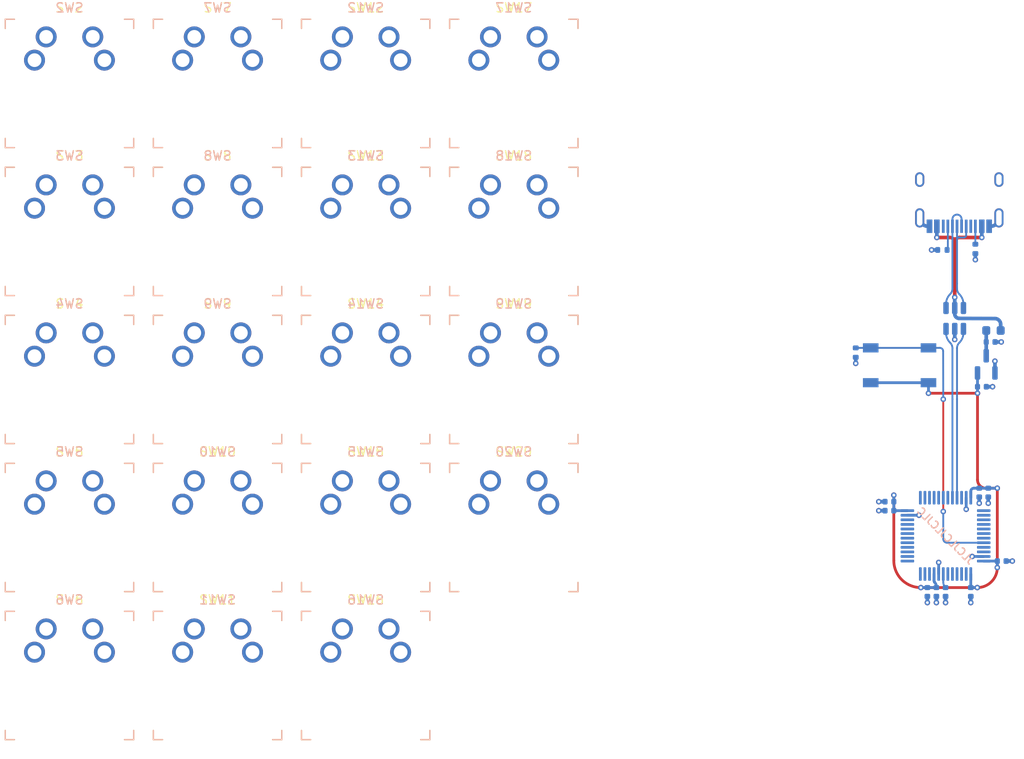
<source format=kicad_pcb>
(kicad_pcb (version 20240108) (generator "pcbnew") (generator_version "8.0")
  (title_block (title "ScottoModules (STM32F072CBT6)") (date "2024-07-13") (rev "2.0.0") (company "ScottoKeebs") (comment 1 "GND filled zone should be on In1.Cu and In2.Cu on a 4 layer board.") (comment 2 "GND can be used on F.Cu and B.Cu on a 2 layer board but not encouraged."))
  (layers (0 "F.Cu" signal) (1 "In1.Cu" signal) (2 "In2.Cu" signal) (31 "B.Cu" signal) (34 "B.Paste" user) (35 "F.Paste" user) (36 "B.SilkS" user "B.Silkscreen") (37 "F.SilkS" user "F.Silkscreen") (38 "B.Mask" user) (39 "F.Mask" user) (44 "Edge.Cuts" user))
  (net 0 "")
  (net 1 "GND")
  (net 2 "+3.3V")
  (net 3 "+5V")
  (net 4 "VBUS")
  (net 5 "/USB_D+")
  (net 6 "Net-(J1-CC1)")
  (net 7 "/USB_D-")
  (net 8 "Net-(J1-CC2)")
  (net 9 "/A7")
  (net 10 "/A0")
  (net 11 "/A6")
  (net 12 "/A9")
  (net 13 "/A5")
  (net 14 "/A3")
  (net 15 "/A1")
  (net 16 "/A8")
  (net 17 "/A4")
  (net 18 "/A13")
  (net 19 "/A14")
  (net 20 "/A15")
  (net 21 "/A10")
  (net 22 "/A2")
  (net 23 "/MCU_D-")
  (net 24 "/MCU_D+")
  (net 25 "/NRST")
  (net 26 "/BOOT0")
  (net 27 "/B12")
  (net 28 "/B3")
  (net 29 "/B6")
  (net 30 "/B0")
  (net 31 "/B8")
  (net 32 "/B7")
  (net 33 "/B2")
  (net 34 "/B4")
  (net 35 "/B1")
  (net 36 "/B13")
  (net 37 "/F1")
  (net 38 "/B9")
  (net 39 "/C13")
  (net 40 "/B10")
  (net 41 "/C14")
  (net 42 "/B15")
  (net 43 "/F0")
  (net 44 "/C15")
  (net 45 "/B11")
  (net 46 "/B5")
  (net 47 "/B14")
  (footprint "keyswitches.pretty:SW_MX_reversible" (layer "F.Cu") (at 86.932446 94.085029)
    (property "Reference" "SW14")
    (property "Value" "SW_Push")
  )
  (footprint "keyswitches.pretty:SW_MX_reversible" (layer "F.Cu") (at 86.932446 126.385029)
    (property "Reference" "SW16")
    (property "Value" "SW_Push")
  )
  (footprint "keyswitches.pretty:SW_MX_reversible" (layer "F.Cu") (at 86.932446 110.235029)
    (property "Reference" "SW15")
    (property "Value" "SW_Push")
  )
  (footprint "keyswitches.pretty:SW_MX_reversible" (layer "F.Cu") (at 54.632446 110.235029)
    (property "Reference" "SW5")
    (property "Value" "SW_Push")
  )
  (footprint "keyswitches.pretty:SW_MX_reversible" (layer "F.Cu") (at 70.782446 61.785029)
    (property "Reference" "SW7")
    (property "Value" "SW_Push")
  )
  (footprint "keyswitches.pretty:SW_MX_reversible" (layer "F.Cu") (at 54.632446 77.935029)
    (property "Reference" "SW3")
    (property "Value" "SW_Push")
  )
  (footprint "keyswitches.pretty:SW_MX_reversible" (layer "F.Cu") (at 70.782446 77.935029)
    (property "Reference" "SW8")
    (property "Value" "SW_Push")
  )
  (footprint "keyswitches.pretty:SW_MX_reversible" (layer "F.Cu") (at 103.082446 77.935029)
    (property "Reference" "SW18")
    (property "Value" "SW_Push")
  )
  (footprint "keyswitches.pretty:SW_MX_reversible" (layer "F.Cu") (at 86.932446 77.935029)
    (property "Reference" "SW13")
    (property "Value" "SW_Push")
  )
  (footprint "keyswitches.pretty:SW_MX_reversible" (layer "F.Cu") (at 103.082446 110.235029)
    (property "Reference" "SW20")
    (property "Value" "SW_Push")
  )
  (footprint "keyswitches.pretty:SW_MX_reversible" (layer "F.Cu") (at 70.782446 94.085029)
    (property "Reference" "SW9")
    (property "Value" "SW_Push")
  )
  (footprint "keyswitches.pretty:SW_MX_reversible" (layer "F.Cu") (at 103.082446 94.085029)
    (property "Reference" "SW19")
    (property "Value" "SW_Push")
  )
  (footprint "keyswitches.pretty:SW_MX_reversible" (layer "F.Cu") (at 103.082446 61.785029)
    (property "Reference" "SW17")
    (property "Value" "SW_Push")
  )
  (footprint "keyswitches.pretty:SW_MX_reversible" (layer "F.Cu") (at 54.632446 94.085029)
    (property "Reference" "SW4")
    (property "Value" "SW_Push")
  )
  (footprint "keyswitches.pretty:SW_MX_reversible" (layer "F.Cu") (at 70.782446 126.385029)
    (property "Reference" "SW11")
    (property "Value" "SW_Push")
  )
  (footprint "keyswitches.pretty:SW_MX_reversible" (layer "F.Cu") (at 54.632446 126.385029)
    (property "Reference" "SW6")
    (property "Value" "SW_Push")
  )
  (footprint "keyswitches.pretty:SW_MX_reversible" (layer "F.Cu") (at 86.932446 61.785029)
    (property "Reference" "SW12")
    (property "Value" "SW_Push")
  )
  (footprint "keyswitches.pretty:SW_MX_reversible" (layer "F.Cu") (at 54.632446 61.785029)
    (property "Reference" "SW2")
    (property "Value" "SW_Push")
  )
  (footprint "keyswitches.pretty:SW_MX_reversible" (layer "F.Cu") (at 70.782446 110.235029)
    (property "Reference" "SW10")
    (property "Value" "SW_Push")
  )
  (footprint "ScottoKeebs_Components:Resistor_0402" (layer "B.Cu") (at 153.412447 79.839505 -90)
    (property "Reference" "R3" (hide yes))
    (property "Value" "5.1k" (hide yes))
  )
  (footprint "ScottoKeebs_Components:Capacitor_0402" (layer "B.Cu") (at 153.834952 106.429506 90)
    (property "Reference" "C16" (hide yes))
    (property "Value" "100nF")
  )
  (footprint "ScottoKeebs_Components:USB_C_HRO_TYPE-C-31-M-12" (layer "B.Cu") (at 151.662445 73.327005)
    (property "Reference" "J1" (hide yes))
    (property "Value" "USB_C")
  )
  (footprint "ScottoKeebs_Components:ESD_SOT-23-6" (layer "B.Cu") (at 151.162445 87.427005 90)
    (property "Reference" "U4" (hide yes))
    (property "Value" "USBLC6-2SC6" (hide yes))
  )
  (footprint "ScottoKeebs_Components:Capacitor_0402" (layer "B.Cu") (at 156.284945 113.902005 180)
    (property "Reference" "C13" (hide yes))
    (property "Value" "100nF")
  )
  (footprint "ScottoKeebs_Components:Capacitor_0402" (layer "B.Cu") (at 149.162445 117.274505 90)
    (property "Reference" "C14" (hide yes))
    (property "Value" "10nF")
  )
  (footprint "ScottoKeebs_Components:Package_LQFP-48_7x7mm_P0.5" (layer "B.Cu") (at 150.162445 111.152005 90)
    (property "Reference" "U1" (hide yes))
    (property "Value" "STM32F072CBT6" (hide yes))
  )
  (footprint "ScottoKeebs_Components:Capacitor_0402" (layer "B.Cu") (at 144.039944 108.402002)
    (property "Reference" "C11" (hide yes))
    (property "Value" "100nF")
  )
  (footprint "ScottoKeebs_Components:Capacitor_0402" (layer "B.Cu") (at 155.077196 89.994502)
    (property "Reference" "C8" (hide yes))
    (property "Value" "1uF")
  )
  (footprint "ScottoKeebs_Components:Capacitor_0402" (layer "B.Cu") (at 152.912444 117.274506 90)
    (property "Reference" "C10" (hide yes))
    (property "Value" "100nF")
  )
  (footprint "ScottoKeebs_Components:Capacitor_0402" (layer "B.Cu") (at 148.179945 117.274506 90)
    (property "Reference" "C15" (hide yes))
    (property "Value" "1uF")
  )
  (footprint "ScottoKeebs_Components:Resistor_0402" (layer "B.Cu") (at 149.817445 79.952005 180)
    (property "Reference" "R2" (hide yes))
    (property "Value" "5.1k" (hide yes))
  )
  (footprint "ScottoKeebs_Components:Capacitor_0402" (layer "B.Cu") (at 150.162444 117.274505 -90)
    (property "Reference" "C7" (hide yes))
    (property "Value" "100nF")
  )
  (footprint "ScottoKeebs_Components:Capacitor_0402" (layer "B.Cu") (at 154.817445 106.429508 90)
    (property "Reference" "C17" (hide yes))
    (property "Value" "4.7uF")
  )
  (footprint "ScottoKeebs_Components:Voltage_SOT-23" (layer "B.Cu") (at 154.596196 92.437002 90)
    (property "Reference" "U3" (hide yes))
    (property "Value" "XC6206")
  )
  (footprint "ScottoKeebs_Components:Resistor_0402" (layer "B.Cu") (at 140.367449 91.152 90)
    (property "Reference" "R1" (hide yes))
    (property "Value" "10k" (hide yes))
  )
  (footprint "ScottoKeebs_Components:Fuse_0603" (layer "B.Cu") (at 155.386194 88.742002 180)
    (property "Reference" "F1" (hide yes))
    (property "Value" "500mA" (hide yes))
  )
  (footprint "ScottoKeebs_Components:Button_TL3342" (layer "B.Cu") (at 145.149945 92.539506)
    (property "Reference" "SW1" (hide yes))
    (property "Value" "SW_Push")
  )
  (footprint "ScottoKeebs_Components:Capacitor_0402" (layer "B.Cu") (at 154.126196 94.879502)
    (property "Reference" "C9" (hide yes))
    (property "Value" "1uF")
  )
  (footprint "ScottoKeebs_Components:Capacitor_0402" (layer "B.Cu") (at 144.039937 107.419502)
    (property "Reference" "C12" (hide yes))
    (property "Value" "4.7uF")
  )
  (gr_text "JLCJLCJLCJLC" (at 150.162445 111.152005 -45) (layer "B.SilkS") (effects (font (size 0.8 0.8)) (justify mirror)))
  (via (at 140.367447 92.331997) (size 0.6) (drill 0.3) (layers "F.Cu" "B.Cu") (net 1))
  (via (at 150.162444 118.434505) (size 0.6) (drill 0.3) (layers "F.Cu" "B.Cu") (net 1))
  (via (at 142.879944 108.402003) (size 0.6) (drill 0.3) (layers "F.Cu" "B.Cu") (net 1))
  (via (at 142.879945 107.419499) (size 0.6) (drill 0.3) (layers "F.Cu" "B.Cu") (net 1))
  (via (at 152.912448 118.434505) (size 0.6) (drill 0.3) (layers "F.Cu" "B.Cu") (net 1))
  (via (at 153.41245 81.019506) (size 0.6) (drill 0.3) (layers "F.Cu" "B.Cu") (net 1))
  (via (at 155.544946 92.08951) (size 0.6) (drill 0.3) (layers "F.Cu" "B.Cu") (net 1))
  (via (at 149.412445 114.052005) (size 0.6) (drill 0.3) (layers "F.Cu" "B.Cu") (net 1))
  (via (at 152.412445 108.252005) (size 0.6) (drill 0.3) (layers "F.Cu" "B.Cu") (net 1))
  (via (at 153.062445 113.402005) (size 0.6) (drill 0.3) (layers "F.Cu" "B.Cu") (net 1))
  (via (at 148.179946 118.434507) (size 0.6) (drill 0.3) (layers "F.Cu" "B.Cu") (net 1))
  (via (at 147.262445 108.902005) (size 0.6) (drill 0.3) (layers "F.Cu" "B.Cu") (net 1))
  (via (at 151.161568 89.730653) (size 0.6) (drill 0.3) (layers "F.Cu" "B.Cu") (net 1))
  (via (at 156.237196 89.994502) (size 0.6) (drill 0.3) (layers "F.Cu" "B.Cu") (net 1))
  (via (at 154.817447 107.589509) (size 0.6) (drill 0.3) (layers "F.Cu" "B.Cu") (net 1))
  (via (at 157.444945 113.902005) (size 0.6) (drill 0.3) (layers "F.Cu" "B.Cu") (net 1))
  (via (at 153.834946 107.589508) (size 0.6) (drill 0.3) (layers "F.Cu" "B.Cu") (net 1))
  (via (at 155.286196 94.879502) (size 0.6) (drill 0.3) (layers "F.Cu" "B.Cu") (net 1))
  (via (at 149.162444 118.434505) (size 0.6) (drill 0.3) (layers "F.Cu" "B.Cu") (net 1))
  (via (at 148.637445 79.952005) (size 0.6) (drill 0.3) (layers "F.Cu" "B.Cu") (net 1))
  (segment (start 152.412445 106.989505) (end 152.412445 108.252005) (width 0.3) (layer "B.Cu") (net 1))
  (segment (start 155.546196 92.09076) (end 155.544946 92.08951) (width 0.4) (layer "B.Cu") (net 1))
  (segment (start 153.83495 106.909505) (end 153.83495 107.589504) (width 0.4) (layer "B.Cu") (net 1))
  (segment (start 149.307445 79.952005) (end 148.637445 79.952005) (width 0.4) (layer "B.Cu") (net 1))
  (segment (start 143.559946 107.4195) (end 142.879945 107.419499) (width 0.4) (layer "B.Cu") (net 1))
  (segment (start 148.179946 117.754506) (end 148.179946 118.434507) (width 0.4) (layer "B.Cu") (net 1))
  (segment (start 149.162444 117.754505) (end 149.162444 118.434505) (width 0.4) (layer "B.Cu") (net 1))
  (segment (start 155.557196 89.994502) (end 156.237196 89.994502) (width 0.4) (layer "B.Cu") (net 1))
  (segment (start 153.83495 107.589504) (end 153.834946 107.589508) (width 0.4) (layer "B.Cu") (net 1))
  (segment (start 155.546196 93.374502) (end 155.546196 92.09076) (width 0.4) (layer "B.Cu") (net 1))
  (segment (start 145.999945 108.902005) (end 147.262445 108.902005) (width 0.3) (layer "B.Cu") (net 1))
  (segment (start 140.367445 91.662002) (end 140.367447 92.331997) (width 0.4) (layer "B.Cu") (net 1))
  (segment (start 151.162445 89.729776) (end 151.161568 89.730653) (width 0.4) (layer "B.Cu") (net 1))
  (segment (start 154.606196 94.879502) (end 155.286196 94.879502) (width 0.4) (layer "B.Cu") (net 1))
  (segment (start 152.912448 117.754504) (end 152.912448 118.434505) (width 0.4) (layer "B.Cu") (net 1))
  (segment (start 143.559944 108.402003) (end 142.879944 108.402003) (width 0.4) (layer "B.Cu") (net 1))
  (segment (start 151.162445 88.564505) (end 151.162445 89.729776) (width 0.4) (layer "B.Cu") (net 1))
  (segment (start 148.412445 77.372005) (end 148.257445 77.372005) (width 0.4) (layer "B.Cu") (net 1))
  (segment (start 150.162444 117.754505) (end 150.162444 118.434505) (width 0.4) (layer "B.Cu") (net 1))
  (segment (start 156.764945 113.902005) (end 157.444945 113.902005) (width 0.4) (layer "B.Cu") (net 1))
  (segment (start 154.817446 107.589508) (end 154.817447 107.589509) (width 0.4) (layer "B.Cu") (net 1))
  (segment (start 149.412445 115.314505) (end 149.412445 114.052005) (width 0.3) (layer "B.Cu") (net 1))
  (segment (start 154.912445 77.372005) (end 155.067445 77.372005) (width 0.4) (layer "B.Cu") (net 1))
  (segment (start 154.324945 113.402005) (end 153.062445 113.402005) (width 0.3) (layer "B.Cu") (net 1))
  (segment (start 153.412447 80.349505) (end 153.412447 81.019499) (width 0.4) (layer "B.Cu") (net 1))
  (segment (start 154.817446 106.909504) (end 154.817446 107.589508) (width 0.4) (layer "B.Cu") (net 1))
  (segment (start 153.412447 81.019499) (end 153.41245 81.019506) (width 0.4) (layer "B.Cu") (net 1))
  (arc (start 155.067445 77.372005) (mid 155.714448 77.104008) (end 155.982445 76.457005) (width 0.4) (layer "B.Cu") (net 1))
  (arc (start 148.257445 77.372005) (mid 147.610442 77.104008) (end 147.342445 76.457005) (width 0.4) (layer "B.Cu") (net 1))
  (segment (start 147.469946 116.794507) (end 147.469945 116.794506) (width 0.3) (layer "F.Cu") (net 2))
  (segment (start 155.804945 114.612007) (end 155.804945 114.612005) (width 0.3) (layer "F.Cu") (net 2))
  (segment (start 155.804945 114.612005) (end 155.804945 105.949507) (width 0.3) (layer "F.Cu") (net 2))
  (segment (start 154.56495 105.949507) (end 155.804945 105.949507) (width 0.3) (layer "F.Cu") (net 2))
  (segment (start 153.646196 95.589502) (end 153.646196 105.030753) (width 0.3) (layer "F.Cu") (net 2))
  (segment (start 153.622445 116.794507) (end 147.469946 116.794507) (width 0.3) (layer "F.Cu") (net 2))
  (segment (start 153.646196 95.589502) (end 148.29995 95.589502) (width 0.3) (layer "F.Cu") (net 2))
  (segment (start 144.519937 113.844498) (end 144.519937 106.709502) (width 0.3) (layer "F.Cu") (net 2))
  (via (at 153.622445 116.794507) (size 0.6) (drill 0.3) (layers "F.Cu" "B.Cu") (net 2))
  (via (at 153.646196 95.589502) (size 0.6) (drill 0.3) (layers "F.Cu" "B.Cu") (net 2))
  (via (at 155.804945 114.612005) (size 0.6) (drill 0.3) (layers "F.Cu" "B.Cu") (net 2))
  (via (at 147.469945 116.794506) (size 0.6) (drill 0.3) (layers "F.Cu" "B.Cu") (net 2))
  (via (at 155.804945 105.949507) (size 0.6) (drill 0.3) (layers "F.Cu" "B.Cu") (net 2))
  (via (at 144.519937 106.709502) (size 0.6) (drill 0.3) (layers "F.Cu" "B.Cu") (net 2))
  (via (at 148.29995 95.589502) (size 0.6) (drill 0.3) (layers "F.Cu" "B.Cu") (net 2))
  (arc (start 147.469945 116.794506) (mid 145.383974 115.930469) (end 144.519937 113.844498) (width 0.3) (layer "F.Cu") (net 2))
  (arc (start 153.646196 105.030753) (mid 153.915293 105.68041) (end 154.56495 105.949507) (width 0.3) (layer "F.Cu") (net 2))
  (arc (start 153.622445 116.794507) (mid 155.165706 116.155268) (end 155.804945 114.612007) (width 0.3) (layer "F.Cu") (net 2))
  (segment (start 152.912445 106.989505) (end 152.912445 106.297001) (width 0.3) (layer "B.Cu") (net 2))
  (segment (start 148.925299 116.116643) (end 148.937373 116.156161) (width 0.3) (layer "B.Cu") (net 2))
  (segment (start 144.519944 108.402004) (end 144.519944 107.419508) (width 0.3) (layer "B.Cu") (net 2))
  (segment (start 148.915475 116.062617) (end 148.925299 116.116643) (width 0.3) (layer "B.Cu") (net 2))
  (segment (start 155.804945 105.949507) (end 154.817449 105.949507) (width 0.3) (layer "B.Cu") (net 2))
  (segment (start 153.834959 105.949512) (end 153.834954 105.949507) (width 0.3) (layer "B.Cu") (net 2))
  (segment (start 148.179944 116.794506) (end 147.469945 116.794506) (width 0.3) (layer "B.Cu") (net 2))
  (segment (start 145.999945 108.402005) (end 144.519944 108.402005) (width 0.3) (layer "B.Cu") (net 2))
  (segment (start 152.912445 116.794503) (end 152.912446 116.794504) (width 0.3) (layer "B.Cu") (net 2))
  (segment (start 149.162445 116.794505) (end 148.179945 116.794506) (width 0.3) (layer "B.Cu") (net 2))
  (segment (start 154.817444 105.949512) (end 153.834959 105.949512) (width 0.3) (layer "B.Cu") (net 2))
  (segment (start 148.29995 94.439506) (end 148.29995 95.589502) (width 0.3) (layer "B.Cu") (net 2))
  (segment (start 148.949263 116.184859) (end 148.959928 116.205614) (width 0.3) (layer "B.Cu") (net 2))
  (segment (start 154.817449 105.949507) (end 154.817444 105.949512) (width 0.3) (layer "B.Cu") (net 2))
  (segment (start 153.646196 93.374502) (end 153.646196 94.879502) (width 0.3) (layer "B.Cu") (net 2))
  (segment (start 148.937373 116.156161) (end 148.949263 116.184859) (width 0.3) (layer "B.Cu") (net 2))
  (segment (start 144.519937 107.419504) (end 144.519937 106.709502) (width 0.3) (layer "B.Cu") (net 2))
  (segment (start 153.834954 105.949507) (end 153.259939 105.949507) (width 0.3) (layer "B.Cu") (net 2))
  (segment (start 155.804945 113.902005) (end 155.804945 114.612005) (width 0.3) (layer "B.Cu") (net 2))
  (segment (start 148.912445 115.314505) (end 148.912445 115.98982) (width 0.3) (layer "B.Cu") (net 2))
  (segment (start 144.519944 107.419508) (end 144.519946 107.419504) (width 0.3) (layer "B.Cu") (net 2))
  (segment (start 141.999945 94.439506) (end 148.299945 94.439506) (width 0.3) (layer "B.Cu") (net 2))
  (segment (start 152.912446 116.794507) (end 153.622445 116.794507) (width 0.3) (layer "B.Cu") (net 2))
  (segment (start 152.912445 115.314505) (end 152.912445 116.794503) (width 0.3) (layer "B.Cu") (net 2))
  (segment (start 148.912445 115.98982) (end 148.915475 116.062617) (width 0.3) (layer "B.Cu") (net 2))
  (segment (start 149.162445 116.694533) (end 149.162445 116.794505) (width 0.3) (layer "B.Cu") (net 2))
  (segment (start 153.646196 94.879502) (end 153.646196 95.589502) (width 0.3) (layer "B.Cu") (net 2))
  (segment (start 154.324945 113.902005) (end 155.804945 113.902005) (width 0.3) (layer "B.Cu") (net 2))
  (arc (start 148.959928 116.205614) (mid 149.109812 116.429932) (end 149.162445 116.694533) (width 0.3) (layer "B.Cu") (net 2))
  (arc (start 153.259939 105.949507) (mid 153.014224 106.051286) (end 152.912445 106.297001) (width 0.3) (layer "B.Cu") (net 2))
  (segment (start 154.597196 89.994502) (end 154.597196 91.498502) (width 0.4) (layer "B.Cu") (net 3))
  (segment (start 154.598694 89.993004) (end 154.597196 89.994502) (width 0.4) (layer "B.Cu") (net 3))
  (segment (start 154.598694 88.742002) (end 154.598694 89.993004) (width 0.4) (layer "B.Cu") (net 3))
  (segment (start 154.597196 91.498502) (end 154.596196 91.499502) (width 0.4) (layer "B.Cu") (net 3))
  (segment (start 151.662445 78.597005) (end 154.112445 78.597005) (width 0.4) (layer "F.Cu") (net 4))
  (segment (start 151.162445 79.097005) (end 151.162445 85.127005) (width 0.4) (layer "F.Cu") (net 4))
  (segment (start 150.662445 78.597005) (end 149.212445 78.597005) (width 0.4) (layer "F.Cu") (net 4))
  (via (at 151.162445 85.127005) (size 0.6) (drill 0.3) (layers "F.Cu" "B.Cu") (net 4))
  (via (at 149.212445 78.597005) (size 0.6) (drill 0.3) (layers "F.Cu" "B.Cu") (net 4))
  (via (at 154.112445 78.597005) (size 0.6) (drill 0.3) (layers "F.Cu" "B.Cu") (net 4))
  (segment (start 151.162445 86.289505) (end 151.162445 86.927005) (width 0.4) (layer "B.Cu") (net 4))
  (segment (start 154.112445 77.372005) (end 154.112445 78.597005) (width 0.4) (layer "B.Cu") (net 4))
  (segment (start 149.212445 77.372005) (end 149.212445 78.597005) (width 0.4) (layer "B.Cu") (net 4))
  (segment (start 151.162445 86.289505) (end 151.162445 85.127005) (width 0.4) (layer "B.Cu") (net 4))
  (segment (start 156.173694 88.742002) (end 156.173694 88.077381) (width 0.4) (layer "B.Cu") (net 4))
  (segment (start 151.662445 87.427005) (end 155.536196 87.439883) (width 0.4) (layer "B.Cu") (net 4))
  (arc (start 151.162445 86.927005) (mid 151.308892 87.280558) (end 151.662445 87.427005) (width 0.4) (layer "B.Cu") (net 4))
  (arc (start 156.173694 88.077381) (mid 155.986975 87.626602) (end 155.536196 87.439883) (width 0.4) (layer "B.Cu") (net 4))
  (segment (start 151.412445 83.627005) (end 151.412445 84.173452) (width 0.2) (layer "B.Cu") (net 5))
  (segment (start 151.412445 77.372005) (end 151.412445 78.347005) (width 0.2) (layer "B.Cu") (net 5))
  (segment (start 152.162445 78.597005) (end 151.662445 78.597005) (width 0.2) (layer "B.Cu") (net 5))
  (segment (start 151.413146 78.861271) (end 151.413146 83.625313) (width 0.2) (layer "B.Cu") (net 5))
  (segment (start 152.412445 77.372005) (end 152.412445 78.347005) (width 0.2) (layer "B.Cu") (net 5))
  (segment (start 151.413146 83.625313) (end 151.412445 83.627005) (width 0.2) (layer "B.Cu") (net 5))
  (segment (start 152.112445 85.863401) (end 152.112445 86.289505) (width 0.2) (layer "B.Cu") (net 5))
  (segment (start 151.412445 78.847005) (end 151.413146 78.861271) (width 0.2) (layer "B.Cu") (net 5))
  (arc (start 151.412445 84.173452) (mid 151.477418 84.500092) (end 151.662445 84.777005) (width 0.2) (layer "B.Cu") (net 5))
  (arc (start 152.412445 78.347005) (mid 152.339222 78.523782) (end 152.162445 78.597005) (width 0.2) (layer "B.Cu") (net 5))
  (arc (start 151.662445 84.777005) (mid 151.995494 85.275448) (end 152.112445 85.863401) (width 0.2) (layer "B.Cu") (net 5))
  (segment (start 150.412445 77.372005) (end 150.412445 79.746797) (width 0.2) (layer "B.Cu") (net 6))
  (arc (start 150.412445 79.746797) (mid 150.390354 79.857855) (end 150.327445 79.952005) (width 0.2) (layer "B.Cu") (net 6))
  (segment (start 150.212445 86.289505) (end 150.212445 85.863401) (width 0.2) (layer "B.Cu") (net 7))
  (segment (start 150.912445 84.173452) (end 150.912445 77.372005) (width 0.2) (layer "B.Cu") (net 7))
  (segment (start 151.912445 76.597005) (end 151.912445 77.372005) (width 0.2) (layer "B.Cu") (net 7))
  (segment (start 150.912445 77.372005) (end 150.912445 76.597005) (width 0.2) (layer "B.Cu") (net 7))
  (arc (start 150.912445 76.597005) (mid 151.058892 76.243452) (end 151.412445 76.097005) (width 0.2) (layer "B.Cu") (net 7))
  (arc (start 150.212445 85.863401) (mid 150.329396 85.275448) (end 150.662445 84.777005) (width 0.2) (layer "B.Cu") (net 7))
  (arc (start 150.662445 84.777005) (mid 150.847472 84.500092) (end 150.912445 84.173452) (width 0.2) (layer "B.Cu") (net 7))
  (arc (start 151.412445 76.097005) (mid 151.765998 76.243452) (end 151.912445 76.597005) (width 0.2) (layer "B.Cu") (net 7))
  (segment (start 153.412445 77.372005) (end 153.412445 79.329501) (width 0.2) (layer "B.Cu") (net 8))
  (segment (start 153.412445 79.329501) (end 153.412447 79.329505) (width 0.2) (layer "B.Cu") (net 8))
  (segment (start 150.212445 88.564505) (end 150.212445 88.990609) (width 0.2) (layer "B.Cu") (net 23))
  (segment (start 150.912445 96.235031) (end 150.912445 106.989505) (width 0.2) (layer "B.Cu") (net 23))
  (segment (start 150.912447 90.680563) (end 150.912447 96.235029) (width 0.2) (layer "B.Cu") (net 23))
  (segment (start 150.912447 106.989503) (end 150.912445 106.989505) (width 0.2) (layer "B.Cu") (net 23))
  (segment (start 150.912447 96.235029) (end 150.912445 96.235031) (width 0.2) (layer "B.Cu") (net 23))
  (arc (start 150.212445 88.990609) (mid 150.329396 89.578562) (end 150.662445 90.077005) (width 0.2) (layer "B.Cu") (net 23))
  (arc (start 150.662445 90.077005) (mid 150.847474 90.35392) (end 150.912447 90.680563) (width 0.2) (layer "B.Cu") (net 23))
  (segment (start 151.412445 96.235031) (end 151.412445 106.989505) (width 0.2) (layer "B.Cu") (net 24))
  (segment (start 151.412447 90.680553) (end 151.412447 96.235029) (width 0.2) (layer "B.Cu") (net 24))
  (segment (start 151.412447 96.235029) (end 151.412445 96.235031) (width 0.2) (layer "B.Cu") (net 24))
  (segment (start 152.112445 88.564505) (end 152.112445 88.990609) (width 0.2) (layer "B.Cu") (net 24))
  (arc (start 152.112445 88.990609) (mid 151.995493 89.578562) (end 151.662445 90.077005) (width 0.2) (layer "B.Cu") (net 24))
  (arc (start 151.662445 90.077005) (mid 151.477419 90.353915) (end 151.412447 90.680553) (width 0.2) (layer "B.Cu") (net 24))
  (segment (start 149.912445 116.190955) (end 149.912445 115.314505) (width 0.2) (layer "B.Cu") (net 25))
  (arc (start 150.162444 116.794505) (mid 149.977417 116.517594) (end 149.912445 116.190955) (width 0.2) (layer "B.Cu") (net 25))
  (segment (start 149.912445 96.239502) (end 149.912445 108.489505) (width 0.2) (layer "F.Cu") (net 26))
  (via (at 149.912445 96.239502) (size 0.6) (drill 0.3) (layers "F.Cu" "B.Cu") (net 26))
  (via (at 149.912445 108.489505) (size 0.6) (drill 0.3) (layers "F.Cu" "B.Cu") (net 26))
  (segment (start 149.912445 111.489505) (end 149.912445 108.489505) (width 0.2) (layer "B.Cu") (net 26))
  (segment (start 148.299945 90.639506) (end 149.538255 90.639506) (width 0.2) (layer "B.Cu") (net 26))
  (segment (start 154.324945 111.902005) (end 150.324945 111.902005) (width 0.2) (layer "B.Cu") (net 26))
  (segment (start 141.999939 90.639503) (end 140.369944 90.639497) (width 0.2) (layer "B.Cu") (net 26))
  (segment (start 149.912445 96.239502) (end 149.900754 91.002005) (width 0.2) (layer "B.Cu") (net 26))
  (segment (start 148.299945 90.639506) (end 141.999945 90.639506) (width 0.2) (layer "B.Cu") (net 26))
  (arc (start 149.538255 90.639506) (mid 149.794581 90.745679) (end 149.900754 91.002005) (width 0.2) (layer "B.Cu") (net 26))
  (arc (start 150.324945 111.902005) (mid 150.033263 111.781187) (end 149.912445 111.489505) (width 0.2) (layer "B.Cu") (net 26))
  (zone (net 4) (net_name "VBUS") (layer "F.Cu") (connect_pads yes (clearance 0)) (min_thickness 0.025) (fill yes (thermal_gap 0.5) (thermal_bridge_width 0.5) (island_removal_mode 1) (island_area_min 10))
    (polygon (pts (xy 151.66248 78.397008) (xy 151.701463 78.400848) (xy 151.71967 78.408389) (xy 151.738998 78.412236) (xy 151.755367 78.423176) (xy 151.773559 78.430711) (xy 151.787493 78.444645) (xy 151.803879 78.455596) (xy 151.814816 78.471968) (xy 151.828739 78.485891) (xy 151.83628 78.504097) (xy 151.847228 78.520485) (xy 151.851067 78.539797) (xy 151.858602 78.557987) (xy 151.858602 78.577693) (xy 151.862445 78.597023) (xy 151.858602 78.616333) (xy 151.858602 78.636023) (xy 151.85106 78.65423) (xy 151.847214 78.673558) (xy 151.836273 78.689927) (xy 151.828739 78.708119) (xy 151.814804 78.722053) (xy 151.803854 78.738439) (xy 151.787481 78.749376) (xy 151.773559 78.763299) (xy 151.755352 78.77084) (xy 151.738965 78.781788) (xy 151.719652 78.785627) (xy 151.701463 78.793162) (xy 151.681382 78.793236) (xy 151.662427 78.797005) (xy 151.662427 78.797045) (xy 151.614916 78.797041) (xy 151.524542 78.826398) (xy 151.447665 78.882247) (xy 151.391809 78.95912) (xy 151.362445 79.049492) (xy 151.362445 79.097003) (xy 151.362444 79.097007) (xy 151.362445 79.097007) (xy 151.356388 79.127453) (xy 151.347222 79.17354) (xy 151.34722 79.173542) (xy 151.34722 79.173544) (xy 151.329737 79.199707) (xy 151.303868 79.238425) (xy 151.303866 79.238426) (xy 151.303865 79.238428) (xy 151.265147 79.264297) (xy 151.238984 79.28178) (xy 151.238982 79.28178) (xy 151.23898 79.281782) (xy 151.192893 79.290948) (xy 151.162447 79.297005) (xy 151.162445 79.297004) (xy 151.162443 79.297005) (xy 151.131997 79.290948) (xy 151.08591 79.281782) (xy 151.085907 79.28178) (xy 151.085906 79.28178) (xy 151.059742 79.264297) (xy 151.021025 79.238428) (xy 151.021022 79.238425) (xy 150.995152 79.199707) (xy 150.97767 79.173544) (xy 150.977668 79.17354) (xy 150.968501 79.127453) (xy 150.962445 79.097007) (xy 150.962445 79.097003) (xy 150.962395 79.097003) (xy 150.962395 79.049491) (xy 150.933034 78.959117) (xy 150.877183 78.882238) (xy 150.80031 78.82638) (xy 150.709939 78.797009) (xy 150.662427 78.797005) (xy 150.662409 78.797001) (xy 150.623427 78.793162) (xy 150.605219 78.78562) (xy 150.585892 78.781774) (xy 150.569522 78.770833) (xy 150.551331 78.763299) (xy 150.537396 78.749364) (xy 150.521011 78.738414) (xy 150.510073 78.722041) (xy 150.496151 78.708119) (xy 150.488609 78.689912) (xy 150.477662 78.673525) (xy 150.473822 78.654212) (xy 150.466288 78.636023) (xy 150.466288 78.616316) (xy 150.462445 78.596987) (xy 150.466288 78.577676) (xy 150.466288 78.557987) (xy 150.473829 78.539779) (xy 150.477676 78.520452) (xy 150.488616 78.504082) (xy 150.496151 78.485891) (xy 150.510085 78.471956) (xy 150.521036 78.455571) (xy 150.537408 78.444633) (xy 150.551331 78.430711) (xy 150.569537 78.423169) (xy 150.585925 78.412222) (xy 150.605237 78.408382) (xy 150.623427 78.400848) (xy 150.643507 78.400773) (xy 150.662463 78.397005) (xy 150.698626 78.400569) (xy 151.662445 78.397005) (xy 151.662463 78.397006) (xy 151.662463 78.397005)))
  )
  (zone (net 5) (net_name "/USB_D+") (layer "B.Cu") (connect_pads yes (clearance 0)) (min_thickness 0.025) (fill yes (thermal_gap 0.5) (thermal_bridge_width 0.5) (island_removal_mode 1) (island_area_min 10))
    (polygon (pts (xy 151.42223 78.249627) (xy 151.432655 78.249627) (xy 151.451746 78.257535) (xy 151.462443 78.260401) (xy 151.465114 78.263072) (xy 151.468703 78.264559) (xy 151.496293 78.292149) (xy 151.497778 78.295734) (xy 151.499047 78.297003) (xy 151.500408 78.302085) (xy 151.511225 78.328197) (xy 151.511277 78.342644) (xy 151.512445 78.347003) (xy 151.512395 78.347003) (xy 151.512396 78.376844) (xy 151.535239 78.431981) (xy 151.577444 78.474178) (xy 151.632586 78.49701) (xy 151.662427 78.497005) (xy 151.662463 78.497014) (xy 151.662463 78.497005) (xy 151.687733 78.50378) (xy 151.712429 78.510393) (xy 151.712441 78.510405) (xy 151.712461 78.510411) (xy 151.730746 78.528703) (xy 151.749039 78.546989) (xy 151.749044 78.547008) (xy 151.749057 78.547021) (xy 151.755669 78.571716) (xy 151.762445 78.596987) (xy 151.76244 78.597005) (xy 151.762445 78.597023) (xy 151.755669 78.622293) (xy 151.749057 78.646989) (xy 151.749044 78.647001) (xy 151.749039 78.647021) (xy 151.730746 78.665306) (xy 151.712461 78.683599) (xy 151.712441 78.683604) (xy 151.712429 78.683617) (xy 151.687733 78.690229) (xy 151.662463 78.697005) (xy 151.662438 78.697001) (xy 151.662427 78.697005) (xy 151.662427 78.697045) (xy 151.632595 78.69704) (xy 151.577471 78.719865) (xy 151.535279 78.76205) (xy 151.512982 78.815873) (xy 151.513146 78.861271) (xy 151.511225 78.88078) (xy 151.496293 78.916828) (xy 151.468703 78.944418) (xy 151.432655 78.95935) (xy 151.393637 78.95935) (xy 151.357589 78.944418) (xy 151.329999 78.916828) (xy 151.315067 78.88078) (xy 151.314979 78.856465) (xy 151.312445 78.847007) (xy 151.314878 78.828521) (xy 151.313164 78.35285) (xy 151.312395 78.347007) (xy 151.312445 78.347007) (xy 151.313662 78.342463) (xy 151.315067 78.328197) (xy 151.321911 78.311672) (xy 151.325841 78.297007) (xy 151.329504 78.293343) (xy 151.329999 78.292149) (xy 151.357589 78.264559) (xy 151.35878 78.264065) (xy 151.362443 78.260403) (xy 151.37711 78.256472) (xy 151.393637 78.249627) (xy 151.402658 78.249627) (xy 151.412443 78.247005)))
  )
)
</source>
